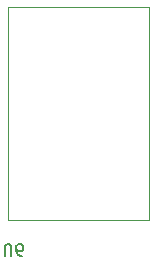
<source format=gbo>
%TF.GenerationSoftware,KiCad,Pcbnew,(6.0.9)*%
%TF.CreationDate,2023-05-29T17:24:41+10:00*%
%TF.ProjectId,Joysticks,4a6f7973-7469-4636-9b73-2e6b69636164,rev?*%
%TF.SameCoordinates,PX3d09000PY568bc30*%
%TF.FileFunction,Legend,Bot*%
%TF.FilePolarity,Positive*%
%FSLAX46Y46*%
G04 Gerber Fmt 4.6, Leading zero omitted, Abs format (unit mm)*
G04 Created by KiCad (PCBNEW (6.0.9)) date 2023-05-29 17:24:41*
%MOMM*%
%LPD*%
G01*
G04 APERTURE LIST*
%ADD10C,0.150000*%
%ADD11C,0.120000*%
G04 APERTURE END LIST*
D10*
%TO.C,U6*%
X29738095Y-7297619D02*
X29738095Y-6488095D01*
X29785714Y-6392857D01*
X29833333Y-6345238D01*
X29928571Y-6297619D01*
X30119047Y-6297619D01*
X30214285Y-6345238D01*
X30261904Y-6392857D01*
X30309523Y-6488095D01*
X30309523Y-7297619D01*
X31214285Y-7297619D02*
X31023809Y-7297619D01*
X30928571Y-7250000D01*
X30880952Y-7202380D01*
X30785714Y-7059523D01*
X30738095Y-6869047D01*
X30738095Y-6488095D01*
X30785714Y-6392857D01*
X30833333Y-6345238D01*
X30928571Y-6297619D01*
X31119047Y-6297619D01*
X31214285Y-6345238D01*
X31261904Y-6392857D01*
X31309523Y-6488095D01*
X31309523Y-6726190D01*
X31261904Y-6821428D01*
X31214285Y-6869047D01*
X31119047Y-6916666D01*
X30928571Y-6916666D01*
X30833333Y-6869047D01*
X30785714Y-6821428D01*
X30738095Y-6726190D01*
D11*
X42000000Y-4250000D02*
X30000000Y-4250000D01*
X30000000Y-4250000D02*
X30000000Y13750000D01*
X30000000Y13750000D02*
X42000000Y13750000D01*
X42000000Y13750000D02*
X42000000Y-4250000D01*
%TD*%
M02*

</source>
